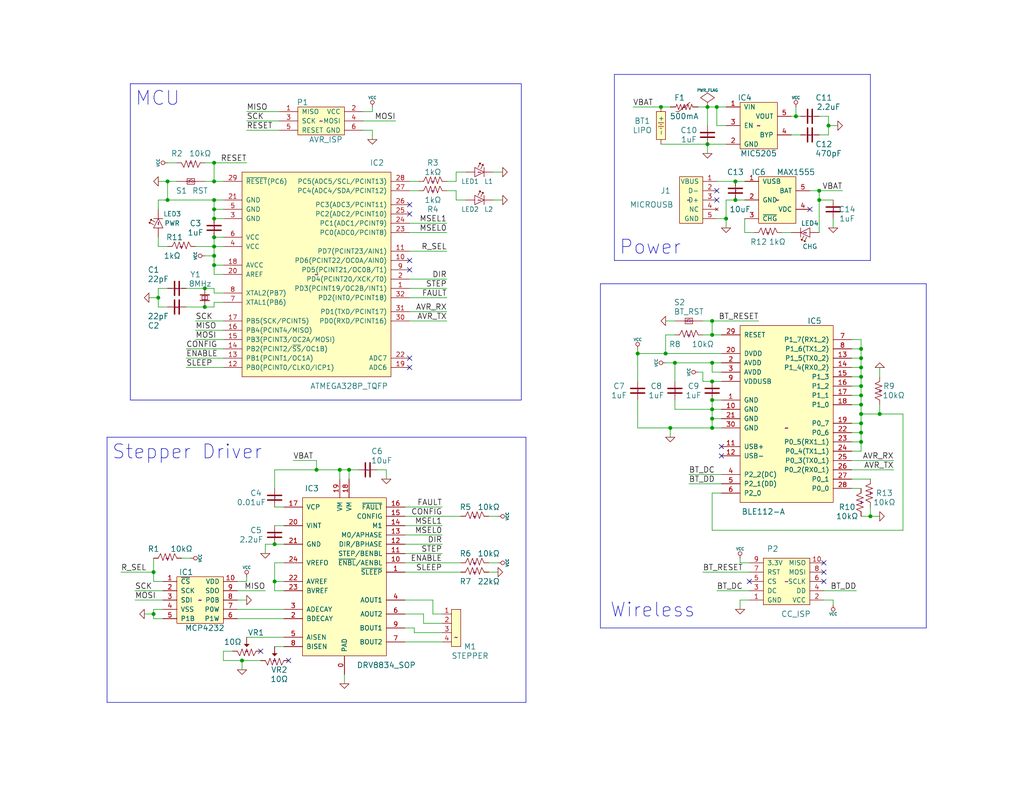
<source format=kicad_sch>
(kicad_sch (version 20230121) (generator eeschema)
  (paper "A")
  (title_block (title "Single Stepper Driver Schematic") (date "19 jul 2013") (rev "0.1") (company "Copyright 2013 by Michael Cousins") (comment 1 "https://www.github.com/mcous/steptoit") (comment 2 "Released under the terms of the Creative Commons Attribution-ShareAlike 3.0 license") (comment 3 "Open Source Hardware"))
  (junction (at 194.31 114.3))
  (junction (at 234.95 105.41))
  (junction (at 55.88 78.74))
  (junction (at 184.15 99.06))
  (junction (at 194.31 104.14))
  (junction (at 198.12 59.69))
  (junction (at 41.91 167.64))
  (junction (at 74.93 158.75))
  (junction (at 180.34 29.21))
  (junction (at 58.42 54.61))
  (junction (at 195.58 29.21))
  (junction (at 223.52 54.61))
  (junction (at 43.18 81.28))
  (junction (at 45.72 54.61))
  (junction (at 55.88 83.82))
  (junction (at 234.95 110.49))
  (junction (at 58.42 72.39))
  (junction (at 66.04 180.34))
  (junction (at 58.42 67.31))
  (junction (at 200.66 49.53))
  (junction (at 234.95 107.95))
  (junction (at 240.03 113.03))
  (junction (at 95.25 128.27))
  (junction (at 234.95 113.03))
  (junction (at 217.17 31.75))
  (junction (at 194.31 99.06))
  (junction (at 58.42 59.69))
  (junction (at 193.04 39.37))
  (junction (at 194.31 87.63))
  (junction (at 200.66 54.61))
  (junction (at 194.31 91.44))
  (junction (at 193.04 29.21))
  (junction (at 58.42 57.15))
  (junction (at 226.06 34.29))
  (junction (at 58.42 49.53))
  (junction (at 223.52 52.07))
  (junction (at 237.49 140.97))
  (junction (at 45.72 49.53))
  (junction (at 86.36 128.27))
  (junction (at 234.95 97.79))
  (junction (at 74.93 148.59))
  (junction (at 234.95 95.25))
  (junction (at 182.88 116.84))
  (junction (at 234.95 118.11))
  (junction (at 41.91 156.21))
  (junction (at 194.31 111.76))
  (junction (at 92.71 128.27))
  (junction (at 58.42 64.77))
  (junction (at 173.99 96.52))
  (junction (at 234.95 120.65))
  (junction (at 194.31 109.22))
  (junction (at 234.95 102.87))
  (junction (at 58.42 69.85))
  (junction (at 194.31 116.84))
  (junction (at 234.95 115.57))
  (junction (at 58.42 44.45))
  (junction (at 181.61 96.52))
  (junction (at 234.95 100.33))
  (no_connect (at 111.76 100.33))
  (no_connect (at 196.85 121.92))
  (no_connect (at 204.47 158.75))
  (no_connect (at 224.79 158.75))
  (no_connect (at 224.79 156.21))
  (no_connect (at 111.76 97.79))
  (no_connect (at 111.76 58.42))
  (no_connect (at 111.76 73.66))
  (no_connect (at 78.74 180.34))
  (no_connect (at 195.58 52.07))
  (no_connect (at 111.76 55.88))
  (no_connect (at 71.12 177.8))
  (no_connect (at 196.85 124.46))
  (no_connect (at 111.76 71.12))
  (no_connect (at 220.98 57.15))
  (no_connect (at 224.79 153.67))
  (no_connect (at 195.58 54.61))
  (wire (pts (xy 187.96 129.54) (xy 196.85 129.54)))
  (wire (pts (xy 120.65 170.18) (xy 115.57 170.18)))
  (wire (pts (xy 180.34 29.21) (xy 182.88 29.21)))
  (wire (pts (xy 55.88 49.53) (xy 58.42 49.53)))
  (wire (pts (xy 121.92 78.74) (xy 111.76 78.74)))
  (wire (pts (xy 60.96 97.79) (xy 50.8 97.79)))
  (wire (pts (xy 232.41 110.49) (xy 234.95 110.49)))
  (wire (pts (xy 67.31 163.83) (xy 64.77 163.83)))
  (wire (pts (xy 232.41 120.65) (xy 234.95 120.65)))
  (wire (pts (xy 226.06 34.29) (xy 226.06 36.83)))
  (wire (pts (xy 36.83 163.83) (xy 44.45 163.83)))
  (wire (pts (xy 43.18 49.53) (xy 45.72 49.53)))
  (wire (pts (xy 92.71 128.27) (xy 95.25 128.27)))
  (wire (pts (xy 58.42 74.93) (xy 60.96 74.93)))
  (wire (pts (xy 227.33 54.61) (xy 223.52 54.61)))
  (wire (pts (xy 234.95 100.33) (xy 234.95 102.87)))
  (wire (pts (xy 224.79 161.29) (xy 233.68 161.29)))
  (wire (pts (xy 234.95 115.57) (xy 232.41 115.57)))
  (wire (pts (xy 58.42 64.77) (xy 60.96 64.77)))
  (polyline (pts (xy 237.49 71.12) (xy 237.49 20.32)))
  (polyline (pts (xy 163.83 171.45) (xy 163.83 77.47)))
  (wire (pts (xy 193.04 41.91) (xy 193.04 39.37)))
  (wire (pts (xy 137.16 46.99) (xy 134.62 46.99)))
  (wire (pts (xy 246.38 144.78) (xy 246.38 113.03)))
  (wire (pts (xy 41.91 156.21) (xy 41.91 152.4)))
  (wire (pts (xy 234.95 120.65) (xy 234.95 123.19)))
  (wire (pts (xy 74.93 133.35) (xy 74.93 128.27)))
  (wire (pts (xy 196.85 134.62) (xy 194.31 134.62)))
  (wire (pts (xy 237.49 140.97) (xy 234.95 140.97)))
  (wire (pts (xy 223.52 54.61) (xy 223.52 63.5)))
  (polyline (pts (xy 252.73 77.47) (xy 252.73 171.45)))
  (wire (pts (xy 110.49 156.21) (xy 125.73 156.21)))
  (wire (pts (xy 195.58 29.21) (xy 198.12 29.21)))
  (wire (pts (xy 53.34 90.17) (xy 60.96 90.17)))
  (wire (pts (xy 93.98 186.69) (xy 93.98 184.15)))
  (wire (pts (xy 58.42 72.39) (xy 60.96 72.39)))
  (wire (pts (xy 234.95 107.95) (xy 234.95 110.49)))
  (wire (pts (xy 121.92 60.96) (xy 111.76 60.96)))
  (wire (pts (xy 240.03 113.03) (xy 234.95 113.03)))
  (wire (pts (xy 223.52 31.75) (xy 226.06 31.75)))
  (wire (pts (xy 127 54.61) (xy 124.46 54.61)))
  (wire (pts (xy 101.6 30.48) (xy 101.6 29.21)))
  (polyline (pts (xy 142.24 22.86) (xy 35.56 22.86)))
  (wire (pts (xy 60.96 177.8) (xy 60.96 180.34)))
  (wire (pts (xy 194.31 91.44) (xy 191.77 91.44)))
  (wire (pts (xy 92.71 130.81) (xy 92.71 128.27)))
  (wire (pts (xy 187.96 132.08) (xy 196.85 132.08)))
  (wire (pts (xy 232.41 97.79) (xy 234.95 97.79)))
  (wire (pts (xy 50.8 95.25) (xy 60.96 95.25)))
  (wire (pts (xy 180.34 39.37) (xy 193.04 39.37)))
  (polyline (pts (xy 142.24 109.22) (xy 142.24 22.86)))
  (polyline (pts (xy 29.21 119.38) (xy 29.21 191.77)))
  (wire (pts (xy 124.46 54.61) (xy 124.46 52.07)))
  (wire (pts (xy 45.72 49.53) (xy 45.72 54.61)))
  (wire (pts (xy 195.58 29.21) (xy 195.58 34.29)))
  (wire (pts (xy 95.25 128.27) (xy 95.25 130.81)))
  (wire (pts (xy 99.06 30.48) (xy 101.6 30.48)))
  (wire (pts (xy 110.49 167.64) (xy 115.57 167.64)))
  (wire (pts (xy 194.31 114.3) (xy 194.31 116.84)))
  (wire (pts (xy 234.95 105.41) (xy 234.95 107.95)))
  (wire (pts (xy 215.9 63.5) (xy 213.36 63.5)))
  (wire (pts (xy 124.46 49.53) (xy 124.46 46.99)))
  (wire (pts (xy 194.31 87.63) (xy 194.31 91.44)))
  (wire (pts (xy 181.61 96.52) (xy 173.99 96.52)))
  (wire (pts (xy 173.99 96.52) (xy 173.99 104.14)))
  (wire (pts (xy 110.49 163.83) (xy 118.11 163.83)))
  (wire (pts (xy 101.6 35.56) (xy 99.06 35.56)))
  (wire (pts (xy 191.77 87.63) (xy 194.31 87.63)))
  (wire (pts (xy 120.65 167.64) (xy 118.11 167.64)))
  (wire (pts (xy 215.9 36.83) (xy 218.44 36.83)))
  (wire (pts (xy 45.72 49.53) (xy 48.26 49.53)))
  (wire (pts (xy 173.99 109.22) (xy 173.99 116.84)))
  (wire (pts (xy 195.58 49.53) (xy 200.66 49.53)))
  (wire (pts (xy 124.46 46.99) (xy 127 46.99)))
  (wire (pts (xy 99.06 33.02) (xy 107.95 33.02)))
  (wire (pts (xy 41.91 168.91) (xy 44.45 168.91)))
  (wire (pts (xy 194.31 111.76) (xy 194.31 114.3)))
  (wire (pts (xy 194.31 134.62) (xy 194.31 144.78)))
  (wire (pts (xy 121.92 49.53) (xy 124.46 49.53)))
  (wire (pts (xy 77.47 143.51) (xy 74.93 143.51)))
  (wire (pts (xy 201.93 153.67) (xy 204.47 153.67)))
  (wire (pts (xy 184.15 91.44) (xy 181.61 91.44)))
  (wire (pts (xy 194.31 99.06) (xy 194.31 101.6)))
  (wire (pts (xy 135.89 153.67) (xy 133.35 153.67)))
  (wire (pts (xy 184.15 99.06) (xy 194.31 99.06)))
  (wire (pts (xy 184.15 111.76) (xy 194.31 111.76)))
  (wire (pts (xy 195.58 161.29) (xy 204.47 161.29)))
  (wire (pts (xy 181.61 91.44) (xy 181.61 96.52)))
  (wire (pts (xy 217.17 31.75) (xy 218.44 31.75)))
  (wire (pts (xy 120.65 148.59) (xy 110.49 148.59)))
  (wire (pts (xy 173.99 116.84) (xy 182.88 116.84)))
  (wire (pts (xy 223.52 52.07) (xy 223.52 54.61)))
  (wire (pts (xy 102.87 128.27) (xy 105.41 128.27)))
  (wire (pts (xy 232.41 118.11) (xy 234.95 118.11)))
  (wire (pts (xy 77.47 173.99) (xy 67.31 173.99)))
  (wire (pts (xy 44.45 166.37) (xy 41.91 166.37)))
  (wire (pts (xy 133.35 156.21) (xy 135.89 156.21)))
  (wire (pts (xy 195.58 34.29) (xy 198.12 34.29)))
  (wire (pts (xy 33.02 156.21) (xy 41.91 156.21)))
  (wire (pts (xy 194.31 87.63) (xy 207.01 87.63)))
  (wire (pts (xy 200.66 54.61) (xy 203.2 54.61)))
  (wire (pts (xy 67.31 157.48) (xy 67.31 158.75)))
  (wire (pts (xy 43.18 54.61) (xy 43.18 57.15)))
  (wire (pts (xy 194.31 99.06) (xy 196.85 99.06)))
  (wire (pts (xy 111.76 52.07) (xy 114.3 52.07)))
  (wire (pts (xy 194.31 116.84) (xy 196.85 116.84)))
  (wire (pts (xy 227.33 165.1) (xy 227.33 163.83)))
  (wire (pts (xy 234.95 115.57) (xy 234.95 118.11)))
  (wire (pts (xy 234.95 110.49) (xy 234.95 113.03)))
  (wire (pts (xy 182.88 116.84) (xy 194.31 116.84)))
  (wire (pts (xy 80.01 125.73) (xy 86.36 125.73)))
  (wire (pts (xy 53.34 87.63) (xy 60.96 87.63)))
  (wire (pts (xy 43.18 83.82) (xy 45.72 83.82)))
  (wire (pts (xy 115.57 170.18) (xy 115.57 167.64)))
  (wire (pts (xy 243.84 125.73) (xy 232.41 125.73)))
  (wire (pts (xy 234.95 102.87) (xy 234.95 105.41)))
  (wire (pts (xy 194.31 111.76) (xy 196.85 111.76)))
  (wire (pts (xy 74.93 153.67) (xy 74.93 158.75)))
  (wire (pts (xy 243.84 128.27) (xy 232.41 128.27)))
  (wire (pts (xy 193.04 29.21) (xy 193.04 34.29)))
  (wire (pts (xy 53.34 92.71) (xy 60.96 92.71)))
  (wire (pts (xy 201.93 152.4) (xy 201.93 153.67)))
  (polyline (pts (xy 237.49 20.32) (xy 167.64 20.32)))
  (wire (pts (xy 232.41 102.87) (xy 234.95 102.87)))
  (polyline (pts (xy 143.51 119.38) (xy 29.21 119.38)))
  (wire (pts (xy 201.93 163.83) (xy 204.47 163.83)))
  (wire (pts (xy 227.33 62.23) (xy 227.33 59.69)))
  (wire (pts (xy 234.95 92.71) (xy 234.95 95.25)))
  (polyline (pts (xy 252.73 171.45) (xy 163.83 171.45)))
  (wire (pts (xy 234.95 92.71) (xy 232.41 92.71)))
  (polyline (pts (xy 35.56 22.86) (xy 35.56 109.22)))
  (wire (pts (xy 196.85 96.52) (xy 181.61 96.52)))
  (polyline (pts (xy 167.64 71.12) (xy 237.49 71.12)))
  (polyline (pts (xy 29.21 191.77) (xy 143.51 191.77)))
  (wire (pts (xy 184.15 109.22) (xy 184.15 111.76)))
  (wire (pts (xy 45.72 54.61) (xy 58.42 54.61)))
  (wire (pts (xy 41.91 158.75) (xy 41.91 156.21)))
  (wire (pts (xy 64.77 168.91) (xy 77.47 168.91)))
  (polyline (pts (xy 167.64 20.32) (xy 167.64 71.12)))
  (wire (pts (xy 74.93 158.75) (xy 74.93 161.29)))
  (wire (pts (xy 74.93 128.27) (xy 86.36 128.27)))
  (wire (pts (xy 193.04 39.37) (xy 198.12 39.37)))
  (wire (pts (xy 191.77 101.6) (xy 191.77 104.14)))
  (wire (pts (xy 201.93 166.37) (xy 201.93 163.83)))
  (wire (pts (xy 36.83 161.29) (xy 44.45 161.29)))
  (wire (pts (xy 58.42 67.31) (xy 58.42 69.85)))
  (wire (pts (xy 200.66 49.53) (xy 203.2 49.53)))
  (wire (pts (xy 58.42 69.85) (xy 55.88 69.85)))
  (wire (pts (xy 194.31 114.3) (xy 196.85 114.3)))
  (wire (pts (xy 66.04 180.34) (xy 71.12 180.34)))
  (wire (pts (xy 237.49 140.97) (xy 237.49 138.43)))
  (wire (pts (xy 124.46 52.07) (xy 121.92 52.07)))
  (wire (pts (xy 67.31 158.75) (xy 64.77 158.75)))
  (wire (pts (xy 43.18 54.61) (xy 45.72 54.61)))
  (wire (pts (xy 95.25 128.27) (xy 97.79 128.27)))
  (wire (pts (xy 111.76 49.53) (xy 114.3 49.53)))
  (wire (pts (xy 72.39 148.59) (xy 74.93 148.59)))
  (wire (pts (xy 58.42 80.01) (xy 60.96 80.01)))
  (wire (pts (xy 50.8 78.74) (xy 55.88 78.74)))
  (wire (pts (xy 232.41 107.95) (xy 234.95 107.95)))
  (wire (pts (xy 191.77 104.14) (xy 194.31 104.14)))
  (wire (pts (xy 53.34 67.31) (xy 58.42 67.31)))
  (wire (pts (xy 190.5 29.21) (xy 193.04 29.21)))
  (wire (pts (xy 226.06 36.83) (xy 223.52 36.83)))
  (wire (pts (xy 246.38 113.03) (xy 240.03 113.03)))
  (wire (pts (xy 234.95 118.11) (xy 234.95 120.65)))
  (polyline (pts (xy 163.83 77.47) (xy 252.73 77.47)))
  (wire (pts (xy 172.72 29.21) (xy 180.34 29.21)))
  (wire (pts (xy 194.31 144.78) (xy 246.38 144.78)))
  (wire (pts (xy 121.92 85.09) (xy 111.76 85.09)))
  (wire (pts (xy 58.42 69.85) (xy 58.42 72.39)))
  (wire (pts (xy 181.61 87.63) (xy 184.15 87.63)))
  (wire (pts (xy 232.41 95.25) (xy 234.95 95.25)))
  (wire (pts (xy 217.17 29.21) (xy 217.17 31.75)))
  (wire (pts (xy 194.31 104.14) (xy 196.85 104.14)))
  (wire (pts (xy 67.31 30.48) (xy 76.2 30.48)))
  (wire (pts (xy 195.58 59.69) (xy 198.12 59.69)))
  (wire (pts (xy 120.65 138.43) (xy 110.49 138.43)))
  (wire (pts (xy 43.18 78.74) (xy 43.18 81.28)))
  (wire (pts (xy 110.49 171.45) (xy 113.03 171.45)))
  (wire (pts (xy 215.9 31.75) (xy 217.17 31.75)))
  (wire (pts (xy 41.91 166.37) (xy 41.91 167.64)))
  (wire (pts (xy 232.41 100.33) (xy 234.95 100.33)))
  (wire (pts (xy 63.5 177.8) (xy 60.96 177.8)))
  (wire (pts (xy 64.77 166.37) (xy 77.47 166.37)))
  (wire (pts (xy 121.92 76.2) (xy 111.76 76.2)))
  (wire (pts (xy 58.42 44.45) (xy 58.42 49.53)))
  (wire (pts (xy 191.77 156.21) (xy 204.47 156.21)))
  (wire (pts (xy 55.88 78.74) (xy 58.42 78.74)))
  (wire (pts (xy 58.42 67.31) (xy 60.96 67.31)))
  (wire (pts (xy 234.95 95.25) (xy 234.95 97.79)))
  (wire (pts (xy 194.31 109.22) (xy 194.31 111.76)))
  (wire (pts (xy 232.41 130.81) (xy 237.49 130.81)))
  (wire (pts (xy 234.95 133.35) (xy 232.41 133.35)))
  (wire (pts (xy 220.98 52.07) (xy 223.52 52.07)))
  (wire (pts (xy 226.06 31.75) (xy 226.06 34.29)))
  (wire (pts (xy 58.42 57.15) (xy 58.42 59.69)))
  (wire (pts (xy 77.47 158.75) (xy 74.93 158.75)))
  (wire (pts (xy 44.45 158.75) (xy 41.91 158.75)))
  (wire (pts (xy 58.42 49.53) (xy 60.96 49.53)))
  (wire (pts (xy 110.49 175.26) (xy 120.65 175.26)))
  (wire (pts (xy 228.6 34.29) (xy 226.06 34.29)))
  (wire (pts (xy 77.47 176.53) (xy 74.93 176.53)))
  (wire (pts (xy 60.96 82.55) (xy 58.42 82.55)))
  (wire (pts (xy 198.12 54.61) (xy 198.12 59.69)))
  (wire (pts (xy 234.95 113.03) (xy 234.95 115.57)))
  (wire (pts (xy 67.31 33.02) (xy 76.2 33.02)))
  (wire (pts (xy 113.03 171.45) (xy 113.03 172.72)))
  (wire (pts (xy 60.96 180.34) (xy 66.04 180.34)))
  (wire (pts (xy 203.2 59.69) (xy 203.2 63.5)))
  (wire (pts (xy 41.91 167.64) (xy 41.91 168.91)))
  (wire (pts (xy 77.47 153.67) (xy 74.93 153.67)))
  (wire (pts (xy 86.36 128.27) (xy 92.71 128.27)))
  (polyline (pts (xy 143.51 191.77) (xy 143.51 119.38)))
  (wire (pts (xy 198.12 59.69) (xy 198.12 62.23)))
  (wire (pts (xy 60.96 57.15) (xy 58.42 57.15)))
  (wire (pts (xy 182.88 119.38) (xy 182.88 116.84)))
  (wire (pts (xy 234.95 123.19) (xy 232.41 123.19)))
  (wire (pts (xy 110.49 151.13) (xy 120.65 151.13)))
  (wire (pts (xy 41.91 167.64) (xy 39.37 167.64)))
  (wire (pts (xy 105.41 128.27) (xy 105.41 130.81)))
  (wire (pts (xy 121.92 68.58) (xy 111.76 68.58)))
  (wire (pts (xy 58.42 44.45) (xy 67.31 44.45)))
  (wire (pts (xy 58.42 83.82) (xy 55.88 83.82)))
  (wire (pts (xy 198.12 54.61) (xy 200.66 54.61)))
  (wire (pts (xy 194.31 109.22) (xy 196.85 109.22)))
  (wire (pts (xy 58.42 59.69) (xy 60.96 59.69)))
  (wire (pts (xy 135.89 140.97) (xy 133.35 140.97)))
  (wire (pts (xy 45.72 78.74) (xy 43.18 78.74)))
  (wire (pts (xy 110.49 146.05) (xy 120.65 146.05)))
  (wire (pts (xy 77.47 138.43) (xy 74.93 138.43)))
  (wire (pts (xy 50.8 100.33) (xy 60.96 100.33)))
  (wire (pts (xy 67.31 35.56) (xy 76.2 35.56)))
  (wire (pts (xy 52.07 152.4) (xy 49.53 152.4)))
  (wire (pts (xy 86.36 125.73) (xy 86.36 128.27)))
  (wire (pts (xy 58.42 54.61) (xy 60.96 54.61)))
  (wire (pts (xy 121.92 63.5) (xy 111.76 63.5)))
  (wire (pts (xy 240.03 140.97) (xy 237.49 140.97)))
  (wire (pts (xy 66.04 182.88) (xy 66.04 180.34)))
  (wire (pts (xy 58.42 78.74) (xy 58.42 80.01)))
  (wire (pts (xy 58.42 54.61) (xy 58.42 57.15)))
  (wire (pts (xy 194.31 101.6) (xy 196.85 101.6)))
  (wire (pts (xy 58.42 82.55) (xy 58.42 83.82)))
  (wire (pts (xy 74.93 148.59) (xy 77.47 148.59)))
  (wire (pts (xy 227.33 163.83) (xy 224.79 163.83)))
  (wire (pts (xy 190.5 101.6) (xy 191.77 101.6)))
  (wire (pts (xy 137.16 54.61) (xy 134.62 54.61)))
  (wire (pts (xy 113.03 172.72) (xy 120.65 172.72)))
  (wire (pts (xy 101.6 38.1) (xy 101.6 35.56)))
  (wire (pts (xy 240.03 102.87) (xy 240.03 100.33)))
  (wire (pts (xy 72.39 148.59) (xy 72.39 151.13)))
  (wire (pts (xy 45.72 67.31) (xy 43.18 67.31)))
  (wire (pts (xy 45.72 44.45) (xy 48.26 44.45)))
  (wire (pts (xy 184.15 99.06) (xy 184.15 104.14)))
  (wire (pts (xy 55.88 44.45) (xy 58.42 44.45)))
  (wire (pts (xy 72.39 161.29) (xy 64.77 161.29)))
  (wire (pts (xy 181.61 99.06) (xy 184.15 99.06)))
  (wire (pts (xy 234.95 97.79) (xy 234.95 100.33)))
  (wire (pts (xy 173.99 95.25) (xy 173.99 96.52)))
  (wire (pts (xy 110.49 153.67) (xy 125.73 153.67)))
  (wire (pts (xy 118.11 167.64) (xy 118.11 163.83)))
  (wire (pts (xy 58.42 64.77) (xy 58.42 67.31)))
  (polyline (pts (xy 35.56 109.22) (xy 142.24 109.22)))
  (wire (pts (xy 223.52 52.07) (xy 229.87 52.07)))
  (wire (pts (xy 40.64 81.28) (xy 43.18 81.28)))
  (wire (pts (xy 43.18 81.28) (xy 43.18 83.82)))
  (wire (pts (xy 55.88 83.82) (xy 50.8 83.82)))
  (wire (pts (xy 43.18 67.31) (xy 43.18 64.77)))
  (wire (pts (xy 196.85 91.44) (xy 194.31 91.44)))
  (wire (pts (xy 193.04 29.21) (xy 195.58 29.21)))
  (wire (pts (xy 121.92 81.28) (xy 111.76 81.28)))
  (wire (pts (xy 74.93 161.29) (xy 77.47 161.29)))
  (wire (pts (xy 240.03 113.03) (xy 240.03 110.49)))
  (wire (pts (xy 121.92 87.63) (xy 111.76 87.63)))
  (wire (pts (xy 58.42 72.39) (xy 58.42 74.93)))
  (wire (pts (xy 120.65 143.51) (xy 110.49 143.51)))
  (wire (pts (xy 232.41 105.41) (xy 234.95 105.41)))
  (wire (pts (xy 110.49 140.97) (xy 125.73 140.97)))
  (wire (pts (xy 203.2 63.5) (xy 205.74 63.5)))
  (text "Wireless" (at 166.37 168.91 0) (effects (font (size 3.81 3.81)) (justify left bottom)))
  (text "Power" (at 168.91 69.85 0) (effects (font (size 3.81 3.81)) (justify left bottom)))
  (text "Stepper Driver" (at 30.48 125.73 0) (effects (font (size 3.81 3.81)) (justify left bottom)))
  (text "MCU" (at 36.83 29.21 0) (effects (font (size 3.81 3.81)) (justify left bottom)))
  (label "MISO" (at 53.34 90.17 0) (effects (font (size 1.524 1.524))))
  (label "BT_DC" (at 195.58 161.29 0) (effects (font (size 1.524 1.524))))
  (label "BT_DD" (at 233.68 161.29 180) (effects (font (size 1.524 1.524))))
  (label "AVR_RX" (at 243.84 125.73 180) (effects (font (size 1.524 1.524))))
  (label "SLEEP" (at 120.65 156.21 180) (effects (font (size 1.524 1.524))))
  (label "MSEL1" (at 120.65 143.51 180) (effects (font (size 1.524 1.524))))
  (label "R_SEL" (at 33.02 156.21 0) (effects (font (size 1.524 1.524))))
  (label "BT_RESET" (at 191.77 156.21 0) (effects (font (size 1.524 1.524))))
  (label "STEP" (at 120.65 151.13 180) (effects (font (size 1.524 1.524))))
  (label "SCK" (at 67.31 33.02 0) (effects (font (size 1.524 1.524))))
  (label "AVR_TX" (at 243.84 128.27 180) (effects (font (size 1.524 1.524))))
  (label "BT_DC" (at 187.96 129.54 0) (effects (font (size 1.524 1.524))))
  (label "MSEL1" (at 121.92 60.96 180) (effects (font (size 1.524 1.524))))
  (label "SLEEP" (at 50.8 100.33 0) (effects (font (size 1.524 1.524))))
  (label "VBAT" (at 172.72 29.21 0) (effects (font (size 1.524 1.524))))
  (label "MISO" (at 72.39 161.29 180) (effects (font (size 1.524 1.524))))
  (label "DIR" (at 120.65 148.59 180) (effects (font (size 1.524 1.524))))
  (label "MSEL0" (at 120.65 146.05 180) (effects (font (size 1.524 1.524))))
  (label "BT_RESET" (at 207.01 87.63 180) (effects (font (size 1.524 1.524))))
  (label "FAULT" (at 120.65 138.43 180) (effects (font (size 1.524 1.524))))
  (label "STEP" (at 121.92 78.74 180) (effects (font (size 1.524 1.524))))
  (label "ENABLE" (at 50.8 97.79 0) (effects (font (size 1.524 1.524))))
  (label "MOSI" (at 36.83 163.83 0) (effects (font (size 1.524 1.524))))
  (label "R_SEL" (at 121.92 68.58 180) (effects (font (size 1.524 1.524))))
  (label "CONFIG" (at 120.65 140.97 180) (effects (font (size 1.524 1.524))))
  (label "SCK" (at 36.83 161.29 0) (effects (font (size 1.524 1.524))))
  (label "AVR_RX" (at 121.92 85.09 180) (effects (font (size 1.524 1.524))))
  (label "CONFIG" (at 50.8 95.25 0) (effects (font (size 1.524 1.524))))
  (label "ENABLE" (at 120.65 153.67 180) (effects (font (size 1.524 1.524))))
  (label "MOSI" (at 107.95 33.02 180) (effects (font (size 1.524 1.524))))
  (label "FAULT" (at 121.92 81.28 180) (effects (font (size 1.524 1.524))))
  (label "VBAT" (at 80.01 125.73 0) (effects (font (size 1.524 1.524))))
  (label "MISO" (at 67.31 30.48 0) (effects (font (size 1.524 1.524))))
  (label "SCK" (at 53.34 87.63 0) (effects (font (size 1.524 1.524))))
  (label "MOSI" (at 53.34 92.71 0) (effects (font (size 1.524 1.524))))
  (label "BT_DD" (at 187.96 132.08 0) (effects (font (size 1.524 1.524))))
  (label "RESET" (at 67.31 35.56 0) (effects (font (size 1.524 1.524))))
  (label "AVR_TX" (at 121.92 87.63 180) (effects (font (size 1.524 1.524))))
  (label "RESET" (at 67.31 44.45 180) (effects (font (size 1.524 1.524))))
  (label "MSEL0" (at 121.92 63.5 180) (effects (font (size 1.524 1.524))))
  (label "DIR" (at 121.92 76.2 180) (effects (font (size 1.524 1.524))))
  (label "VBAT" (at 229.87 52.07 180) (effects (font (size 1.524 1.524))))
  (symbol (lib_id "single-drive_pcb-rescue:DRV8834_SOP") (at 93.98 157.48 0) (unit 1)
    (property "Reference" "IC3" (at 85.09 133.35 0) (effects (font (size 1.524 1.524))))
    (property "Value" "DRV8834_SOP" (at 105.41 181.61 0) (effects (font (size 1.524 1.524))))
  )
  (symbol (lib_id "single-drive_pcb-rescue:ATMEGA328P_TQFP") (at 86.36 74.93 0) (unit 1)
    (property "Reference" "IC2" (at 102.87 44.45 0) (effects (font (size 1.524 1.524))))
    (property "Value" "ATMEGA328P_TQFP" (at 95.25 105.41 0) (effects (font (size 1.524 1.524))))
    (property "Footprint" "~" (at 86.36 74.93 0) (effects (font (size 1.524 1.524))))
    (property "Datasheet" "~" (at 86.36 74.93 0) (effects (font (size 1.524 1.524))))
  )
  (symbol (lib_id "single-drive_pcb-rescue:AVR_ISP") (at 87.63 33.02 0) (unit 1)
    (property "Reference" "P1" (at 82.55 27.94 0) (effects (font (size 1.524 1.524))))
    (property "Value" "AVR_ISP" (at 88.9 38.1 0) (effects (font (size 1.524 1.524))))
    (property "Footprint" "~" (at 87.63 33.02 0) (effects (font (size 1.524 1.524))))
    (property "Datasheet" "~" (at 87.63 33.02 0) (effects (font (size 1.524 1.524))))
  )
  (symbol (lib_id "single-drive_pcb-rescue:SPST") (at 52.07 49.53 0) (unit 1)
    (property "Reference" "S1" (at 49.53 52.07 0) (effects (font (size 1.524 1.524))))
    (property "Value" "RST" (at 54.61 52.07 0) (effects (font (size 1.524 1.524))))
    (property "Footprint" "~" (at 52.07 49.53 0) (effects (font (size 1.524 1.524))))
    (property "Datasheet" "~" (at 52.07 49.53 0) (effects (font (size 1.524 1.524))))
  )
  (symbol (lib_id "single-drive_pcb-rescue:CRYSTAL") (at 55.88 81.28 90) (unit 1)
    (property "Reference" "Y1" (at 53.34 74.93 90) (effects (font (size 1.524 1.524))))
    (property "Value" "8MHz" (at 54.61 77.47 90) (effects (font (size 1.524 1.524))))
    (property "Footprint" "~" (at 55.88 81.28 0) (effects (font (size 1.524 1.524))))
    (property "Datasheet" "~" (at 55.88 81.28 0) (effects (font (size 1.524 1.524))))
  )
  (symbol (lib_id "single-drive_pcb-rescue:C") (at 74.93 146.05 90) (unit 1)
    (property "Reference" "C5" (at 69.85 144.78 90) (effects (font (size 1.524 1.524))))
    (property "Value" "2.2uF" (at 68.58 147.32 90) (effects (font (size 1.524 1.524))))
    (property "Footprint" "~" (at 74.93 146.05 0) (effects (font (size 1.524 1.524))))
    (property "Datasheet" "~" (at 74.93 146.05 0) (effects (font (size 1.524 1.524))))
  )
  (symbol (lib_id "single-drive_pcb-rescue:C") (at 74.93 135.89 270) (unit 1)
    (property "Reference" "C4" (at 69.85 134.62 90) (effects (font (size 1.524 1.524))))
    (property "Value" "0.01uF" (at 68.58 137.16 90) (effects (font (size 1.524 1.524))))
    (property "Footprint" "~" (at 74.93 135.89 0) (effects (font (size 1.524 1.524))))
    (property "Datasheet" "~" (at 74.93 135.89 0) (effects (font (size 1.524 1.524))))
  )
  (symbol (lib_id "single-drive_pcb-rescue:C") (at 100.33 128.27 0) (unit 1)
    (property "Reference" "C6" (at 102.87 123.19 0) (effects (font (size 1.524 1.524))))
    (property "Value" "10uF" (at 104.14 125.73 0) (effects (font (size 1.524 1.524))))
    (property "Footprint" "~" (at 100.33 128.27 0) (effects (font (size 1.524 1.524))))
    (property "Datasheet" "~" (at 100.33 128.27 0) (effects (font (size 1.524 1.524))))
  )
  (symbol (lib_id "single-drive_pcb-rescue:GND") (at 105.41 130.81 0) (unit 1)
    (property "Reference" "#PWR01" (effects hide))
    (property "Value" "GND" (effects hide))
  )
  (symbol (lib_id "single-drive_pcb-rescue:GND") (at 72.39 151.13 0) (unit 1)
    (property "Reference" "#PWR02" (effects hide))
    (property "Value" "GND" (effects hide))
  )
  (symbol (lib_id "single-drive_pcb-rescue:GND") (at 93.98 186.69 0) (unit 1)
    (property "Reference" "#PWR03" (effects hide))
    (property "Value" "GND" (effects hide))
  )
  (symbol (lib_id "single-drive_pcb-rescue:R") (at 129.54 140.97 0) (unit 1)
    (property "Reference" "R5" (at 127 138.43 0) (effects (font (size 1.524 1.524))))
    (property "Value" "10kΩ" (at 133.35 138.43 0) (effects (font (size 1.524 1.524))))
    (property "Footprint" "~" (at 129.54 140.97 0) (effects (font (size 1.524 1.524))))
    (property "Datasheet" "~" (at 129.54 140.97 0) (effects (font (size 1.524 1.524))))
  )
  (symbol (lib_id "single-drive_pcb-rescue:VCC") (at 135.89 140.97 270) (unit 1)
    (property "Reference" "#PWR030" (effects hide))
    (property "Value" "VCC" (at 138.43 140.97 0) (effects (font (size 0.762 0.762))))
  )
  (symbol (lib_id "single-drive_pcb-rescue:R") (at 129.54 156.21 0) (unit 1)
    (property "Reference" "R7" (at 127 158.75 0) (effects (font (size 1.524 1.524))))
    (property "Value" "22kΩ" (at 133.35 158.75 0) (effects (font (size 1.524 1.524))))
    (property "Footprint" "~" (at 129.54 156.21 0) (effects (font (size 1.524 1.524))))
    (property "Datasheet" "~" (at 129.54 156.21 0) (effects (font (size 1.524 1.524))))
  )
  (symbol (lib_id "single-drive_pcb-rescue:GND") (at 135.89 156.21 90) (unit 1)
    (property "Reference" "#PWR04" (effects hide))
    (property "Value" "GND" (effects hide))
  )
  (symbol (lib_id "single-drive_pcb-rescue:R") (at 129.54 153.67 0) (unit 1)
    (property "Reference" "R6" (at 127 151.13 0) (effects (font (size 1.524 1.524))))
    (property "Value" "10kΩ" (at 133.35 151.13 0) (effects (font (size 1.524 1.524))))
    (property "Footprint" "~" (at 129.54 153.67 0) (effects (font (size 1.524 1.524))))
    (property "Datasheet" "~" (at 129.54 153.67 0) (effects (font (size 1.524 1.524))))
  )
  (symbol (lib_id "single-drive_pcb-rescue:C") (at 48.26 78.74 180) (unit 1)
    (property "Reference" "C1" (at 41.91 73.66 0) (effects (font (size 1.524 1.524))))
    (property "Value" "22pF" (at 43.18 76.2 0) (effects (font (size 1.524 1.524))))
    (property "Footprint" "~" (at 48.26 78.74 0) (effects (font (size 1.524 1.524))))
    (property "Datasheet" "~" (at 48.26 78.74 0) (effects (font (size 1.524 1.524))))
  )
  (symbol (lib_id "single-drive_pcb-rescue:C") (at 48.26 83.82 0) (unit 1)
    (property "Reference" "C2" (at 41.91 88.9 0) (effects (font (size 1.524 1.524))))
    (property "Value" "22pF" (at 43.18 86.36 0) (effects (font (size 1.524 1.524))))
    (property "Footprint" "~" (at 48.26 83.82 0) (effects (font (size 1.524 1.524))))
    (property "Datasheet" "~" (at 48.26 83.82 0) (effects (font (size 1.524 1.524))))
  )
  (symbol (lib_id "single-drive_pcb-rescue:GND") (at 40.64 81.28 270) (unit 1)
    (property "Reference" "#PWR05" (effects hide))
    (property "Value" "GND" (effects hide))
  )
  (symbol (lib_id "single-drive_pcb-rescue:R") (at 52.07 44.45 180) (unit 1)
    (property "Reference" "R2" (at 48.26 41.91 0) (effects (font (size 1.524 1.524))))
    (property "Value" "10kΩ" (at 54.61 41.91 0) (effects (font (size 1.524 1.524))))
    (property "Footprint" "~" (at 52.07 44.45 0) (effects (font (size 1.524 1.524))))
    (property "Datasheet" "~" (at 52.07 44.45 0) (effects (font (size 1.524 1.524))))
  )
  (symbol (lib_id "single-drive_pcb-rescue:VCC") (at 45.72 44.45 90) (unit 1)
    (property "Reference" "#PWR06" (effects hide))
    (property "Value" "VCC" (at 43.18 44.45 0) (effects (font (size 0.762 0.762))))
  )
  (symbol (lib_id "single-drive_pcb-rescue:GND") (at 43.18 49.53 270) (unit 1)
    (property "Reference" "#PWR07" (effects hide))
    (property "Value" "GND" (effects hide))
  )
  (symbol (lib_id "single-drive_pcb-rescue:C") (at 58.42 62.23 90) (unit 1)
    (property "Reference" "C3" (at 53.34 60.96 90) (effects (font (size 1.524 1.524))))
    (property "Value" "1uF" (at 53.34 63.5 90) (effects (font (size 1.524 1.524))))
    (property "Footprint" "~" (at 58.42 62.23 0) (effects (font (size 1.524 1.524))))
    (property "Datasheet" "~" (at 58.42 62.23 0) (effects (font (size 1.524 1.524))))
  )
  (symbol (lib_id "single-drive_pcb-rescue:VCC") (at 55.88 69.85 90) (unit 1)
    (property "Reference" "#PWR08" (effects hide))
    (property "Value" "VCC" (at 53.34 69.85 0) (effects (font (size 0.762 0.762))))
  )
  (symbol (lib_id "single-drive_pcb-rescue:GND") (at 101.6 38.1 0) (unit 1)
    (property "Reference" "#PWR09" (effects hide))
    (property "Value" "GND" (effects hide))
  )
  (symbol (lib_id "single-drive_pcb-rescue:VCC") (at 101.6 29.21 0) (unit 1)
    (property "Reference" "#PWR010" (effects hide))
    (property "Value" "VCC" (at 101.6 26.67 0) (effects (font (size 0.762 0.762))))
  )
  (symbol (lib_id "single-drive_pcb-rescue:MIC5205") (at 207.01 34.29 0) (unit 1)
    (property "Reference" "IC4" (at 203.2 26.67 0) (effects (font (size 1.524 1.524))))
    (property "Value" "MIC5205" (at 207.01 41.91 0) (effects (font (size 1.524 1.524))))
    (property "Footprint" "~" (at 207.01 34.29 0) (effects (font (size 1.524 1.524))))
    (property "Datasheet" "~" (at 207.01 34.29 0) (effects (font (size 1.524 1.524))))
  )
  (symbol (lib_id "single-drive_pcb-rescue:VCC") (at 217.17 29.21 0) (unit 1)
    (property "Reference" "#PWR011" (effects hide))
    (property "Value" "VCC" (at 217.17 26.67 0) (effects (font (size 0.762 0.762))))
  )
  (symbol (lib_id "single-drive_pcb-rescue:BLE112-A") (at 214.63 113.03 0) (unit 1)
    (property "Reference" "IC5" (at 222.25 87.63 0) (effects (font (size 1.524 1.524))))
    (property "Value" "BLE112-A" (at 208.28 139.7 0) (effects (font (size 1.524 1.524))))
    (property "Footprint" "~" (at 214.63 116.84 0) (effects (font (size 1.524 1.524))))
    (property "Datasheet" "~" (at 214.63 116.84 0) (effects (font (size 1.524 1.524))))
  )
  (symbol (lib_id "single-drive_pcb-rescue:C") (at 194.31 106.68 90) (unit 1)
    (property "Reference" "C9" (at 189.23 105.41 90) (effects (font (size 1.524 1.524))))
    (property "Value" "1uF" (at 189.23 107.95 90) (effects (font (size 1.524 1.524))))
    (property "Footprint" "~" (at 194.31 106.68 0) (effects (font (size 1.524 1.524))))
    (property "Datasheet" "~" (at 194.31 106.68 0) (effects (font (size 1.524 1.524))))
  )
  (symbol (lib_id "single-drive_pcb-rescue:C") (at 184.15 106.68 90) (unit 1)
    (property "Reference" "C8" (at 179.07 105.41 90) (effects (font (size 1.524 1.524))))
    (property "Value" "1uF" (at 179.07 107.95 90) (effects (font (size 1.524 1.524))))
    (property "Footprint" "~" (at 184.15 106.68 0) (effects (font (size 1.524 1.524))))
    (property "Datasheet" "~" (at 184.15 106.68 0) (effects (font (size 1.524 1.524))))
  )
  (symbol (lib_id "single-drive_pcb-rescue:C") (at 173.99 106.68 90) (unit 1)
    (property "Reference" "C7" (at 168.91 105.41 90) (effects (font (size 1.524 1.524))))
    (property "Value" "1uF" (at 168.91 107.95 90) (effects (font (size 1.524 1.524))))
    (property "Footprint" "~" (at 173.99 106.68 0) (effects (font (size 1.524 1.524))))
    (property "Datasheet" "~" (at 173.99 106.68 0) (effects (font (size 1.524 1.524))))
  )
  (symbol (lib_id "single-drive_pcb-rescue:VCC") (at 173.99 95.25 0) (unit 1)
    (property "Reference" "#PWR012" (effects hide))
    (property "Value" "VCC" (at 173.99 92.71 0) (effects (font (size 0.762 0.762))))
  )
  (symbol (lib_id "single-drive_pcb-rescue:VCC") (at 181.61 99.06 90) (unit 1)
    (property "Reference" "#PWR013" (effects hide))
    (property "Value" "VCC" (at 179.07 99.06 0) (effects (font (size 0.762 0.762))))
  )
  (symbol (lib_id "single-drive_pcb-rescue:VCC") (at 190.5 101.6 90) (unit 1)
    (property "Reference" "#PWR014" (effects hide))
    (property "Value" "VCC" (at 187.96 101.6 0) (effects (font (size 0.762 0.762))))
  )
  (symbol (lib_id "single-drive_pcb-rescue:POT") (at 74.93 180.34 180) (unit 1)
    (property "Reference" "VR2" (at 76.2 182.88 0) (effects (font (size 1.524 1.524))))
    (property "Value" "10Ω" (at 76.2 185.42 0) (effects (font (size 1.524 1.524))))
    (property "Footprint" "~" (at 74.93 180.34 0) (effects (font (size 1.524 1.524))))
    (property "Datasheet" "~" (at 74.93 180.34 0) (effects (font (size 1.524 1.524))))
  )
  (symbol (lib_id "single-drive_pcb-rescue:POT") (at 67.31 177.8 180) (unit 1)
    (property "Reference" "VR1" (at 69.85 172.72 0) (effects (font (size 1.524 1.524))))
    (property "Value" "10Ω" (at 63.5 175.26 0) (effects (font (size 1.524 1.524))))
    (property "Footprint" "~" (at 67.31 177.8 0) (effects (font (size 1.524 1.524))))
    (property "Datasheet" "~" (at 67.31 177.8 0) (effects (font (size 1.524 1.524))))
  )
  (symbol (lib_id "single-drive_pcb-rescue:MCP42X2") (at 54.61 163.83 0) (unit 1)
    (property "Reference" "IC1" (at 50.8 156.21 0) (effects (font (size 1.524 1.524))))
    (property "Value" "MCP4232" (at 55.88 171.45 0) (effects (font (size 1.524 1.524))))
    (property "Footprint" "~" (at 54.61 163.83 0) (effects (font (size 1.524 1.524))))
    (property "Datasheet" "~" (at 54.61 163.83 0) (effects (font (size 1.524 1.524))))
  )
  (symbol (lib_id "single-drive_pcb-rescue:GND") (at 67.31 163.83 90) (unit 1)
    (property "Reference" "#PWR015" (effects hide))
    (property "Value" "GND" (effects hide))
  )
  (symbol (lib_id "single-drive_pcb-rescue:GND") (at 39.37 167.64 270) (unit 1)
    (property "Reference" "#PWR016" (effects hide))
    (property "Value" "GND" (effects hide))
  )
  (symbol (lib_id "single-drive_pcb-rescue:VCC") (at 67.31 157.48 0) (unit 1)
    (property "Reference" "#PWR017" (effects hide))
    (property "Value" "VCC" (at 67.31 154.94 0) (effects (font (size 0.762 0.762))))
  )
  (symbol (lib_id "single-drive_pcb-rescue:GND") (at 66.04 182.88 0) (unit 1)
    (property "Reference" "#PWR018" (effects hide))
    (property "Value" "GND" (effects hide))
  )
  (symbol (lib_id "single-drive_pcb-rescue:R") (at 45.72 152.4 0) (unit 1)
    (property "Reference" "R1" (at 41.91 149.86 0) (effects (font (size 1.524 1.524))))
    (property "Value" "10kΩ" (at 49.53 149.86 0) (effects (font (size 1.524 1.524))))
    (property "Footprint" "~" (at 45.72 152.4 0) (effects (font (size 1.524 1.524))))
    (property "Datasheet" "~" (at 45.72 152.4 0) (effects (font (size 1.524 1.524))))
  )
  (symbol (lib_id "single-drive_pcb-rescue:VCC") (at 52.07 152.4 270) (unit 1)
    (property "Reference" "#PWR019" (effects hide))
    (property "Value" "VCC" (at 54.61 152.4 0) (effects (font (size 0.762 0.762))))
  )
  (symbol (lib_id "single-drive_pcb-rescue:PTC") (at 186.69 29.21 0) (unit 1)
    (property "Reference" "F1" (at 185.42 26.67 0) (effects (font (size 1.524 1.524))))
    (property "Value" "500mA" (at 186.69 31.75 0) (effects (font (size 1.524 1.524))))
    (property "Footprint" "~" (at 186.69 29.21 0) (effects (font (size 1.524 1.524))))
    (property "Datasheet" "~" (at 186.69 29.21 0) (effects (font (size 1.524 1.524))))
  )
  (symbol (lib_id "single-drive_pcb-rescue:R") (at 187.96 91.44 0) (unit 1)
    (property "Reference" "R8" (at 184.15 93.98 0) (effects (font (size 1.524 1.524))))
    (property "Value" "10kΩ" (at 191.77 93.98 0) (effects (font (size 1.524 1.524))))
    (property "Footprint" "~" (at 187.96 91.44 0) (effects (font (size 1.524 1.524))))
    (property "Datasheet" "~" (at 187.96 91.44 0) (effects (font (size 1.524 1.524))))
  )
  (symbol (lib_id "single-drive_pcb-rescue:SPST") (at 187.96 87.63 0) (unit 1)
    (property "Reference" "S2" (at 185.42 82.55 0) (effects (font (size 1.524 1.524))))
    (property "Value" "BT_RST" (at 187.96 85.09 0) (effects (font (size 1.524 1.524))))
    (property "Footprint" "~" (at 187.96 87.63 0) (effects (font (size 1.524 1.524))))
    (property "Datasheet" "~" (at 187.96 87.63 0) (effects (font (size 1.524 1.524))))
  )
  (symbol (lib_id "single-drive_pcb-rescue:GND") (at 181.61 87.63 270) (unit 1)
    (property "Reference" "#PWR020" (effects hide))
    (property "Value" "GND" (effects hide))
  )
  (symbol (lib_id "single-drive_pcb-rescue:R") (at 234.95 137.16 90) (unit 1)
    (property "Reference" "R10" (at 231.14 138.43 90) (effects (font (size 1.524 1.524))))
    (property "Value" "10kΩ" (at 231.14 140.97 90) (effects (font (size 1.524 1.524))))
    (property "Footprint" "~" (at 234.95 137.16 0) (effects (font (size 1.524 1.524))))
    (property "Datasheet" "~" (at 234.95 137.16 0) (effects (font (size 1.524 1.524))))
  )
  (symbol (lib_id "single-drive_pcb-rescue:R") (at 240.03 106.68 90) (unit 1)
    (property "Reference" "R9" (at 242.57 105.41 90) (effects (font (size 1.524 1.524))))
    (property "Value" "10kΩ" (at 243.84 107.95 90) (effects (font (size 1.524 1.524))))
    (property "Footprint" "~" (at 240.03 106.68 0) (effects (font (size 1.524 1.524))))
    (property "Datasheet" "~" (at 240.03 106.68 0) (effects (font (size 1.524 1.524))))
  )
  (symbol (lib_id "single-drive_pcb-rescue:GND") (at 240.03 140.97 90) (unit 1)
    (property "Reference" "#PWR021" (effects hide))
    (property "Value" "GND" (effects hide))
  )
  (symbol (lib_id "single-drive_pcb-rescue:GND") (at 240.03 100.33 180) (unit 1)
    (property "Reference" "#PWR022" (effects hide))
    (property "Value" "GND" (effects hide))
  )
  (symbol (lib_id "single-drive_pcb-rescue:R") (at 49.53 67.31 0) (unit 1)
    (property "Reference" "R11" (at 47.625 64.77 0) (effects (font (size 1.524 1.524))))
    (property "Value" "1kΩ" (at 46.99 69.85 0) (effects (font (size 1.524 1.524))))
    (property "Footprint" "~" (at 49.53 67.31 0) (effects (font (size 1.524 1.524))))
    (property "Datasheet" "~" (at 49.53 67.31 0) (effects (font (size 1.524 1.524))))
  )
  (symbol (lib_id "single-drive_pcb-rescue:LED") (at 43.18 60.96 90) (unit 1)
    (property "Reference" "LED3" (at 46.99 58.42 90))
    (property "Value" "PWR" (at 46.99 60.96 90))
    (property "Footprint" "~" (at 43.18 60.96 0) (effects (font (size 1.524 1.524))))
    (property "Datasheet" "~" (at 43.18 60.96 0) (effects (font (size 1.524 1.524))))
  )
  (symbol (lib_id "single-drive_pcb-rescue:R") (at 118.11 49.53 0) (unit 1)
    (property "Reference" "R3" (at 118.11 44.45 0) (effects (font (size 1.524 1.524))))
    (property "Value" "1kΩ" (at 118.11 46.99 0) (effects (font (size 1.524 1.524))))
    (property "Footprint" "~" (at 118.11 49.53 0) (effects (font (size 1.524 1.524))))
    (property "Datasheet" "~" (at 118.11 49.53 0) (effects (font (size 1.524 1.524))))
  )
  (symbol (lib_id "single-drive_pcb-rescue:R") (at 118.11 52.07 0) (unit 1)
    (property "Reference" "R4" (at 118.11 57.15 0) (effects (font (size 1.524 1.524))))
    (property "Value" "1kΩ" (at 118.11 54.61 0) (effects (font (size 1.524 1.524))))
    (property "Footprint" "~" (at 118.11 52.07 0) (effects (font (size 1.524 1.524))))
    (property "Datasheet" "~" (at 118.11 52.07 0) (effects (font (size 1.524 1.524))))
  )
  (symbol (lib_id "single-drive_pcb-rescue:LED") (at 130.81 46.99 0) (unit 1)
    (property "Reference" "LED1" (at 128.27 49.53 0))
    (property "Value" "L1" (at 133.35 49.53 0))
    (property "Footprint" "~" (at 130.81 46.99 0) (effects (font (size 1.524 1.524))))
    (property "Datasheet" "~" (at 130.81 46.99 0) (effects (font (size 1.524 1.524))))
  )
  (symbol (lib_id "single-drive_pcb-rescue:LED") (at 130.81 54.61 0) (unit 1)
    (property "Reference" "LED2" (at 128.27 57.15 0))
    (property "Value" "L2" (at 133.35 57.15 0))
    (property "Footprint" "~" (at 130.81 54.61 0) (effects (font (size 1.524 1.524))))
    (property "Datasheet" "~" (at 130.81 54.61 0) (effects (font (size 1.524 1.524))))
  )
  (symbol (lib_id "single-drive_pcb-rescue:GND") (at 137.16 54.61 90) (unit 1)
    (property "Reference" "#PWR023" (effects hide))
    (property "Value" "GND" (effects hide))
  )
  (symbol (lib_id "single-drive_pcb-rescue:GND") (at 137.16 46.99 90) (unit 1)
    (property "Reference" "#PWR024" (effects hide))
    (property "Value" "GND" (effects hide))
  )
  (symbol (lib_id "single-drive_pcb-rescue:LIPO") (at 180.34 34.29 270) (unit 1)
    (property "Reference" "BT1" (at 175.26 33.02 90) (effects (font (size 1.524 1.524))))
    (property "Value" "LIPO" (at 175.26 35.56 90) (effects (font (size 1.524 1.524))))
  )
  (symbol (lib_id "single-drive_pcb-rescue:MICROUSB") (at 190.5 54.61 0) (unit 1)
    (property "Reference" "J1" (at 181.61 52.07 0) (effects (font (size 1.524 1.524))))
    (property "Value" "MICROUSB" (at 177.8 55.88 0) (effects (font (size 1.524 1.524))))
    (property "Footprint" "~" (at 187.96 54.61 0) (effects (font (size 1.524 1.524))))
    (property "Datasheet" "~" (at 187.96 54.61 0) (effects (font (size 1.524 1.524))))
  )
  (symbol (lib_id "single-drive_pcb-rescue:C") (at 193.04 36.83 90) (unit 1)
    (property "Reference" "C10" (at 187.96 35.56 90) (effects (font (size 1.524 1.524))))
    (property "Value" "1uF" (at 187.96 38.1 90) (effects (font (size 1.524 1.524))))
    (property "Footprint" "~" (at 193.04 36.83 0) (effects (font (size 1.524 1.524))))
    (property "Datasheet" "~" (at 193.04 36.83 0) (effects (font (size 1.524 1.524))))
  )
  (symbol (lib_id "single-drive_pcb-rescue:MAX1555") (at 212.09 54.61 0) (unit 1)
    (property "Reference" "IC6" (at 207.01 46.99 0) (effects (font (size 1.524 1.524))))
    (property "Value" "MAX1555" (at 217.17 46.99 0) (effects (font (size 1.524 1.524))))
    (property "Footprint" "~" (at 212.09 54.61 0) (effects (font (size 1.524 1.524))))
    (property "Datasheet" "~" (at 212.09 54.61 0) (effects (font (size 1.524 1.524))))
  )
  (symbol (lib_id "single-drive_pcb-rescue:R") (at 209.55 63.5 0) (unit 1)
    (property "Reference" "R12" (at 207.01 66.04 0) (effects (font (size 1.524 1.524))))
    (property "Value" "1kΩ" (at 212.09 66.04 0) (effects (font (size 1.524 1.524))))
    (property "Footprint" "~" (at 209.55 63.5 0) (effects (font (size 1.524 1.524))))
    (property "Datasheet" "~" (at 209.55 63.5 0) (effects (font (size 1.524 1.524))))
  )
  (symbol (lib_id "single-drive_pcb-rescue:C") (at 220.98 36.83 0) (unit 1)
    (property "Reference" "C12" (at 224.79 39.37 0) (effects (font (size 1.524 1.524))))
    (property "Value" "470pF" (at 226.06 41.91 0) (effects (font (size 1.524 1.524))))
    (property "Footprint" "~" (at 220.98 36.83 0) (effects (font (size 1.524 1.524))))
    (property "Datasheet" "~" (at 220.98 36.83 0) (effects (font (size 1.524 1.524))))
  )
  (symbol (lib_id "single-drive_pcb-rescue:C") (at 220.98 31.75 0) (unit 1)
    (property "Reference" "C11" (at 224.79 26.67 0) (effects (font (size 1.524 1.524))))
    (property "Value" "2.2uF" (at 226.06 29.21 0) (effects (font (size 1.524 1.524))))
    (property "Footprint" "~" (at 220.98 31.75 0) (effects (font (size 1.524 1.524))))
    (property "Datasheet" "~" (at 220.98 31.75 0) (effects (font (size 1.524 1.524))))
  )
  (symbol (lib_id "single-drive_pcb-rescue:LED") (at 219.71 63.5 180) (unit 1)
    (property "Reference" "LED4" (at 220.98 60.96 0))
    (property "Value" "CHG" (at 220.98 67.31 0))
    (property "Footprint" "~" (at 219.71 63.5 0) (effects (font (size 1.524 1.524))))
    (property "Datasheet" "~" (at 219.71 63.5 0) (effects (font (size 1.524 1.524))))
  )
  (symbol (lib_id "single-drive_pcb-rescue:GND") (at 228.6 34.29 90) (unit 1)
    (property "Reference" "#PWR025" (effects hide))
    (property "Value" "GND" (effects hide))
  )
  (symbol (lib_id "single-drive_pcb-rescue:C") (at 200.66 52.07 90) (unit 1)
    (property "Reference" "C13" (at 200.66 46.99 90) (effects (font (size 1.524 1.524))))
    (property "Value" "10uF" (at 201.93 57.15 90) (effects (font (size 1.524 1.524))))
    (property "Footprint" "~" (at 200.66 52.07 0) (effects (font (size 1.524 1.524))))
    (property "Datasheet" "~" (at 200.66 52.07 0) (effects (font (size 1.524 1.524))))
  )
  (symbol (lib_id "single-drive_pcb-rescue:C") (at 227.33 57.15 90) (unit 1)
    (property "Reference" "C14" (at 231.14 57.15 90) (effects (font (size 1.524 1.524))))
    (property "Value" "1uF" (at 231.14 59.69 90) (effects (font (size 1.524 1.524))))
    (property "Footprint" "~" (at 227.33 57.15 0) (effects (font (size 1.524 1.524))))
    (property "Datasheet" "~" (at 227.33 57.15 0) (effects (font (size 1.524 1.524))))
  )
  (symbol (lib_id "single-drive_pcb-rescue:GND") (at 227.33 62.23 0) (unit 1)
    (property "Reference" "#PWR034" (effects hide))
    (property "Value" "GND" (effects hide))
  )
  (symbol (lib_id "single-drive_pcb-rescue:CC_ISP") (at 214.63 158.75 0) (unit 1)
    (property "Reference" "P2" (at 210.82 149.86 0) (effects (font (size 1.524 1.524))))
    (property "Value" "CC_ISP" (at 217.17 167.64 0) (effects (font (size 1.524 1.524))))
    (property "Footprint" "~" (at 214.63 158.75 0) (effects (font (size 1.524 1.524))))
    (property "Datasheet" "~" (at 214.63 158.75 0) (effects (font (size 1.524 1.524))))
  )
  (symbol (lib_id "single-drive_pcb-rescue:GND") (at 201.93 166.37 0) (unit 1)
    (property "Reference" "#PWR026" (effects hide))
    (property "Value" "GND" (effects hide))
  )
  (symbol (lib_id "single-drive_pcb-rescue:VCC") (at 201.93 152.4 0) (unit 1)
    (property "Reference" "#PWR027" (effects hide))
    (property "Value" "VCC" (at 201.93 149.86 0) (effects (font (size 0.762 0.762))))
  )
  (symbol (lib_id "single-drive_pcb-rescue:VCC") (at 227.33 165.1 180) (unit 1)
    (property "Reference" "#PWR028" (effects hide))
    (property "Value" "VCC" (at 227.33 167.64 0) (effects (font (size 0.762 0.762))))
  )
  (symbol (lib_id "single-drive_pcb-rescue:VCC") (at 135.89 153.67 270) (unit 1)
    (property "Reference" "#PWR029" (effects hide))
    (property "Value" "VCC" (at 138.43 153.67 0) (effects (font (size 0.762 0.762))))
  )
  (symbol (lib_id "single-drive_pcb-rescue:GND") (at 198.12 62.23 0) (unit 1)
    (property "Reference" "#PWR035" (effects hide))
    (property "Value" "GND" (effects hide))
  )
  (symbol (lib_id "single-drive_pcb-rescue:R") (at 237.49 134.62 90) (unit 1)
    (property "Reference" "R13" (at 241.3 134.62 90) (effects (font (size 1.524 1.524))))
    (property "Value" "10kΩ" (at 241.3 137.16 90) (effects (font (size 1.524 1.524))))
    (property "Footprint" "~" (at 237.49 134.62 0) (effects (font (size 1.524 1.524))))
    (property "Datasheet" "~" (at 237.49 134.62 0) (effects (font (size 1.524 1.524))))
  )
  (symbol (lib_id "single-drive_pcb-rescue:4PIN_HEADER") (at 123.19 171.45 0) (unit 1)
    (property "Reference" "M1" (at 128.27 176.53 0) (effects (font (size 1.524 1.524))))
    (property "Value" "STEPPER" (at 128.27 179.07 0) (effects (font (size 1.524 1.524))))
    (property "Footprint" "~" (at 124.46 173.99 0) (effects (font (size 1.524 1.524))))
    (property "Datasheet" "~" (at 124.46 173.99 0) (effects (font (size 1.524 1.524))))
  )
  (symbol (lib_id "single-drive_pcb-rescue:GND") (at 193.04 41.91 0) (unit 1)
    (property "Reference" "#PWR031" (effects hide))
    (property "Value" "GND" (effects hide))
  )
  (symbol (lib_id "single-drive_pcb-rescue:PWR_FLAG") (at 193.04 29.21 0) (unit 1)
    (property "Reference" "#FLG032" (effects hide))
    (property "Value" "PWR_FLAG" (at 193.04 24.638 0) (effects (font (size 0.762 0.762))))
  )
  (symbol (lib_id "single-drive_pcb-rescue:GND") (at 182.88 119.38 0) (unit 1)
    (property "Reference" "#PWR033" (effects hide))
    (property "Value" "GND" (effects hide))
  )
)
</source>
